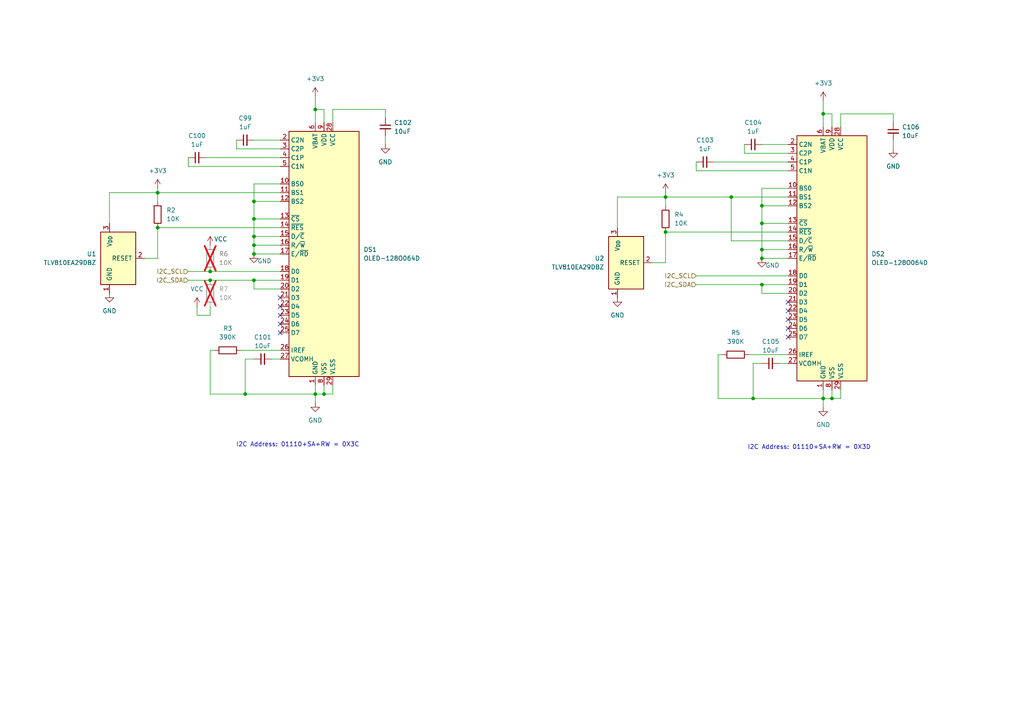
<source format=kicad_sch>
(kicad_sch (version 20231120) (generator "eeschema") (generator_version "8.0")
  (paper "A4")
  (title_block (title "Pedalboard Display") (date "2024-10-04") (rev "0.0.0-RC1") (company "https://github.com/pedalboard") (comment 1 "Source Code: https://github.com/pedalboard/pedalboard-display-ring") (comment 2 "License: CERN Open Hardware Licence Version 2 - Permissive") (comment 3 "Git commit: ${GIT_HASH}"))
  (lib_symbols
    (symbol "Device:C_Small" (pin_numbers hide) (pin_names (offset 0.254) hide)
      (property "Reference" "C" (at 0.254 1.778 0))
      (property "Value" "C_Small" (at 0.254 -2.032 0))
      (symbol "C_Small_0_1"
        (polyline (pts (xy -1.524 -0.508) (xy 1.524 -0.508)) (stroke (width 0.3302)))
        (polyline (pts (xy -1.524 0.508) (xy 1.524 0.508)) (stroke (width 0.3048)))
      )
      (symbol "C_Small_1_1"
        (pin passive line (at 0 2.54 270) (length 2.032) (name "~") (number "1"))
        (pin passive line (at 0 -2.54 90) (length 2.032) (name "~") (number "2"))
      )
    )
    (symbol "Device:R" (pin_numbers hide) (pin_names (offset 0))
      (property "Reference" "R" (at 2.032 0 90))
      (property "Value" "R" (at 0 0 90))
      (symbol "R_0_1"
        (rectangle (start -1.016 -2.54) (end 1.016 2.54) (stroke (width 0.254)))
      )
      (symbol "R_1_1"
        (pin passive line (at 0 3.81 270) (length 1.27) (name "~") (number "1"))
        (pin passive line (at 0 -3.81 90) (length 1.27) (name "~") (number "2"))
      )
    )
    (symbol "Display_Graphic:OLED-128O064D"
      (property "Reference" "DS" (at -10.16 38.1 0))
      (property "Value" "OLED-128O064D" (at 12.7 38.1 0))
      (symbol "OLED-128O064D_0_1"
        (rectangle (start -10.16 35.56) (end 10.16 -35.56) (stroke (width 0.254)) (fill (type background)))
      )
      (symbol "OLED-128O064D_1_1"
        (pin power_in line (at -2.54 -38.1 90) (length 2.54) (name "GND") (number "1"))
        (pin input line (at -12.7 20.32 0) (length 2.54) (name "BS0") (number "10"))
        (pin input line (at -12.7 17.78 0) (length 2.54) (name "BS1") (number "11"))
        (pin input line (at -12.7 15.24 0) (length 2.54) (name "BS2") (number "12"))
        (pin input line (at -12.7 10.16 0) (length 2.54) (name "~{CS}") (number "13"))
        (pin input line (at -12.7 7.62 0) (length 2.54) (name "~{RES}") (number "14"))
        (pin input line (at -12.7 5.08 0) (length 2.54) (name "D/~{C}") (number "15"))
        (pin input line (at -12.7 2.54 0) (length 2.54) (name "R/~{W}") (number "16"))
        (pin input line (at -12.7 0 0) (length 2.54) (name "E/~{RD}") (number "17"))
        (pin bidirectional line (at -12.7 -5.08 0) (length 2.54) (name "D0") (number "18"))
        (pin bidirectional line (at -12.7 -7.62 0) (length 2.54) (name "D1") (number "19"))
        (pin passive line (at -12.7 33.02 0) (length 2.54) (name "C2N") (number "2"))
        (pin bidirectional line (at -12.7 -10.16 0) (length 2.54) (name "D2") (number "20"))
        (pin bidirectional line (at -12.7 -12.7 0) (length 2.54) (name "D3") (number "21"))
        (pin bidirectional line (at -12.7 -15.24 0) (length 2.54) (name "D4") (number "22"))
        (pin bidirectional line (at -12.7 -17.78 0) (length 2.54) (name "D5") (number "23"))
        (pin bidirectional line (at -12.7 -20.32 0) (length 2.54) (name "D6") (number "24"))
        (pin bidirectional line (at -12.7 -22.86 0) (length 2.54) (name "D7") (number "25"))
        (pin passive line (at -12.7 -27.94 0) (length 2.54) (name "IREF") (number "26"))
        (pin passive line (at -12.7 -30.48 0) (length 2.54) (name "VCOMH") (number "27"))
        (pin power_in line (at 2.54 38.1 270) (length 2.54) (name "VCC") (number "28"))
        (pin power_in line (at 2.54 -38.1 90) (length 2.54) (name "VLSS") (number "29"))
        (pin passive line (at -12.7 30.48 0) (length 2.54) (name "C2P") (number "3"))
        (pin passive line (at -2.54 -38.1 90) (length 2.54) hide (name "GND") (number "30"))
        (pin passive line (at -12.7 27.94 0) (length 2.54) (name "C1P") (number "4"))
        (pin passive line (at -12.7 25.4 0) (length 2.54) (name "C1N") (number "5"))
        (pin power_in line (at -2.54 38.1 270) (length 2.54) (name "VBAT") (number "6"))
        (pin no_connect line (at 10.16 0 180) (length 2.54) hide (name "NC") (number "7"))
        (pin power_in line (at 0 -38.1 90) (length 2.54) (name "VSS") (number "8"))
        (pin power_in line (at 0 38.1 270) (length 2.54) (name "VDD") (number "9"))
      )
    )
    (symbol "Power_Supervisor:TLV810EA29DBZ" (pin_names (offset 1.016))
      (property "Reference" "U" (at 2.54 10.16 0))
      (property "Value" "TLV810EA29DBZ" (at 10.16 12.7 0))
      (symbol "TLV810EA29DBZ_1_1"
        (rectangle (start -5.08 7.62) (end 5.08 -7.62) (stroke (width 0.254)) (fill (type background)))
        (pin power_in line (at -2.54 -10.16 90) (length 2.54) (name "GND") (number "1"))
        (pin output line (at 7.62 0 180) (length 2.54) (name "RESET") (number "2"))
        (pin power_in line (at -2.54 10.16 270) (length 2.54) (name "V_{DD}") (number "3"))
      )
    )
    (symbol "power:+3V3" (power) (pin_numbers hide) (pin_names (offset 0) hide)
      (property "Value" "+3V3" (at 0 3.556 0))
      (symbol "+3V3_0_1"
        (polyline (pts (xy -0.762 1.27) (xy 0 2.54)))
        (polyline (pts (xy 0 0) (xy 0 2.54)))
        (polyline (pts (xy 0 2.54) (xy 0.762 1.27)))
      )
      (symbol "+3V3_1_1"
        (pin power_in line (at 0 0 90) (length 0) (name "~") (number "1"))
      )
    )
    (symbol "power:GND" (power) (pin_numbers hide) (pin_names (offset 0) hide)
      (property "Value" "GND" (at 0 -3.81 0))
      (symbol "GND_0_1"
        (polyline (pts (xy 0 0) (xy 0 -1.27) (xy 1.27 -1.27) (xy 0 -2.54) (xy -1.27 -1.27) (xy 0 -1.27)))
      )
      (symbol "GND_1_1"
        (pin power_in line (at 0 0 270) (length 0) (name "~") (number "1"))
      )
    )
    (symbol "power:VCC" (power) (pin_numbers hide) (pin_names (offset 0) hide)
      (property "Value" "VCC" (at 0 3.556 0))
      (symbol "VCC_0_1"
        (polyline (pts (xy -0.762 1.27) (xy 0 2.54)))
        (polyline (pts (xy 0 0) (xy 0 2.54)))
        (polyline (pts (xy 0 2.54) (xy 0.762 1.27)))
      )
      (symbol "VCC_1_1"
        (pin power_in line (at 0 0 90) (length 0) (name "~") (number "1"))
      )
    )
  )
  (junction (at 220.98 72.39))
  (junction (at 60.96 81.28))
  (junction (at 73.66 58.42))
  (junction (at 73.66 68.58))
  (junction (at 60.96 78.74))
  (junction (at 73.66 63.5))
  (junction (at 241.3 115.57))
  (junction (at 73.66 71.12))
  (junction (at 193.04 67.31))
  (junction (at 91.44 31.75))
  (junction (at 220.98 74.93))
  (junction (at 220.98 64.77))
  (junction (at 220.98 82.55))
  (junction (at 193.04 57.15))
  (junction (at 218.44 115.57))
  (junction (at 93.98 114.3))
  (junction (at 91.44 114.3))
  (junction (at 73.66 73.66))
  (junction (at 71.12 114.3))
  (junction (at 73.66 81.28))
  (junction (at 238.76 115.57))
  (junction (at 220.98 59.69))
  (junction (at 212.09 57.15))
  (junction (at 45.72 66.04))
  (junction (at 238.76 33.02))
  (junction (at 45.72 55.88))
  (no_connect (at 81.28 93.98))
  (no_connect (at 81.28 88.9))
  (no_connect (at 228.6 97.79))
  (no_connect (at 228.6 90.17))
  (no_connect (at 81.28 96.52))
  (no_connect (at 228.6 95.25))
  (no_connect (at 81.28 86.36))
  (no_connect (at 228.6 87.63))
  (no_connect (at 81.28 91.44))
  (no_connect (at 228.6 92.71))
  (wire (pts (xy 68.58 43.18) (xy 81.28 43.18)))
  (wire (pts (xy 241.3 113.03) (xy 241.3 115.57)))
  (wire (pts (xy 73.66 81.28) (xy 81.28 81.28)))
  (wire (pts (xy 59.69 45.72) (xy 81.28 45.72)))
  (wire (pts (xy 73.66 40.64) (xy 81.28 40.64)))
  (wire (pts (xy 68.58 40.64) (xy 68.58 43.18)))
  (wire (pts (xy 73.66 63.5) (xy 81.28 63.5)))
  (wire (pts (xy 73.66 58.42) (xy 81.28 58.42)))
  (wire (pts (xy 220.98 59.69) (xy 228.6 59.69)))
  (wire (pts (xy 220.98 54.61) (xy 220.98 59.69)))
  (wire (pts (xy 54.61 45.72) (xy 54.61 48.26)))
  (wire (pts (xy 220.98 64.77) (xy 220.98 59.69)))
  (wire (pts (xy 220.98 64.77) (xy 228.6 64.77)))
  (wire (pts (xy 215.9 41.91) (xy 215.9 44.45)))
  (wire (pts (xy 259.08 33.02) (xy 259.08 35.56)))
  (wire (pts (xy 45.72 55.88) (xy 81.28 55.88)))
  (wire (pts (xy 208.28 102.87) (xy 209.55 102.87)))
  (wire (pts (xy 69.85 101.6) (xy 81.28 101.6)))
  (wire (pts (xy 57.15 91.44) (xy 60.96 91.44)))
  (wire (pts (xy 243.84 36.83) (xy 243.84 33.02)))
  (wire (pts (xy 208.28 102.87) (xy 208.28 115.57)))
  (wire (pts (xy 45.72 55.88) (xy 45.72 58.42)))
  (wire (pts (xy 54.61 81.28) (xy 60.96 81.28)))
  (wire (pts (xy 215.9 44.45) (xy 228.6 44.45)))
  (wire (pts (xy 259.08 40.64) (xy 259.08 43.18)))
  (wire (pts (xy 73.66 104.14) (xy 71.12 104.14)))
  (wire (pts (xy 208.28 115.57) (xy 218.44 115.57)))
  (wire (pts (xy 220.98 74.93) (xy 228.6 74.93)))
  (wire (pts (xy 73.66 53.34) (xy 73.66 58.42)))
  (wire (pts (xy 238.76 33.02) (xy 238.76 36.83)))
  (wire (pts (xy 45.72 74.93) (xy 45.72 66.04)))
  (wire (pts (xy 243.84 33.02) (xy 259.08 33.02)))
  (wire (pts (xy 73.66 68.58) (xy 73.66 63.5)))
  (wire (pts (xy 201.93 82.55) (xy 220.98 82.55)))
  (wire (pts (xy 91.44 27.94) (xy 91.44 31.75)))
  (wire (pts (xy 60.96 81.28) (xy 73.66 81.28)))
  (wire (pts (xy 93.98 31.75) (xy 91.44 31.75)))
  (wire (pts (xy 91.44 111.76) (xy 91.44 114.3)))
  (wire (pts (xy 54.61 48.26) (xy 81.28 48.26)))
  (wire (pts (xy 193.04 57.15) (xy 193.04 59.69)))
  (wire (pts (xy 193.04 55.88) (xy 193.04 57.15)))
  (wire (pts (xy 96.52 111.76) (xy 96.52 114.3)))
  (wire (pts (xy 220.98 72.39) (xy 228.6 72.39)))
  (wire (pts (xy 60.96 78.74) (xy 81.28 78.74)))
  (wire (pts (xy 212.09 69.85) (xy 212.09 57.15)))
  (wire (pts (xy 60.96 91.44) (xy 60.96 88.9)))
  (wire (pts (xy 220.98 105.41) (xy 218.44 105.41)))
  (wire (pts (xy 238.76 113.03) (xy 238.76 115.57)))
  (wire (pts (xy 218.44 105.41) (xy 218.44 115.57)))
  (wire (pts (xy 73.66 63.5) (xy 73.66 58.42)))
  (wire (pts (xy 193.04 57.15) (xy 212.09 57.15)))
  (wire (pts (xy 96.52 35.56) (xy 96.52 31.75)))
  (wire (pts (xy 207.01 46.99) (xy 228.6 46.99)))
  (wire (pts (xy 96.52 31.75) (xy 111.76 31.75)))
  (wire (pts (xy 217.17 102.87) (xy 228.6 102.87)))
  (wire (pts (xy 111.76 31.75) (xy 111.76 34.29)))
  (wire (pts (xy 60.96 101.6) (xy 60.96 114.3)))
  (wire (pts (xy 93.98 111.76) (xy 93.98 114.3)))
  (wire (pts (xy 41.91 74.93) (xy 45.72 74.93)))
  (wire (pts (xy 241.3 33.02) (xy 238.76 33.02)))
  (wire (pts (xy 31.75 64.77) (xy 31.75 55.88)))
  (wire (pts (xy 179.07 57.15) (xy 193.04 57.15)))
  (wire (pts (xy 243.84 113.03) (xy 243.84 115.57)))
  (wire (pts (xy 60.96 114.3) (xy 71.12 114.3)))
  (wire (pts (xy 220.98 82.55) (xy 228.6 82.55)))
  (wire (pts (xy 193.04 67.31) (xy 228.6 67.31)))
  (wire (pts (xy 78.74 104.14) (xy 81.28 104.14)))
  (wire (pts (xy 218.44 115.57) (xy 238.76 115.57)))
  (wire (pts (xy 241.3 36.83) (xy 241.3 33.02)))
  (wire (pts (xy 238.76 29.21) (xy 238.76 33.02)))
  (wire (pts (xy 212.09 57.15) (xy 228.6 57.15)))
  (wire (pts (xy 71.12 114.3) (xy 91.44 114.3)))
  (wire (pts (xy 73.66 81.28) (xy 73.66 83.82)))
  (wire (pts (xy 212.09 69.85) (xy 228.6 69.85)))
  (wire (pts (xy 73.66 73.66) (xy 81.28 73.66)))
  (wire (pts (xy 71.12 104.14) (xy 71.12 114.3)))
  (wire (pts (xy 91.44 31.75) (xy 91.44 35.56)))
  (wire (pts (xy 73.66 68.58) (xy 81.28 68.58)))
  (wire (pts (xy 81.28 53.34) (xy 73.66 53.34)))
  (wire (pts (xy 220.98 82.55) (xy 220.98 85.09)))
  (wire (pts (xy 220.98 74.93) (xy 220.98 72.39)))
  (wire (pts (xy 73.66 71.12) (xy 81.28 71.12)))
  (wire (pts (xy 243.84 115.57) (xy 241.3 115.57)))
  (wire (pts (xy 179.07 66.04) (xy 179.07 57.15)))
  (wire (pts (xy 31.75 55.88) (xy 45.72 55.88)))
  (wire (pts (xy 45.72 54.61) (xy 45.72 55.88)))
  (wire (pts (xy 238.76 115.57) (xy 241.3 115.57)))
  (wire (pts (xy 93.98 35.56) (xy 93.98 31.75)))
  (wire (pts (xy 189.23 76.2) (xy 193.04 76.2)))
  (wire (pts (xy 60.96 101.6) (xy 62.23 101.6)))
  (wire (pts (xy 220.98 64.77) (xy 220.98 72.39)))
  (wire (pts (xy 73.66 71.12) (xy 73.66 68.58)))
  (wire (pts (xy 54.61 78.74) (xy 60.96 78.74)))
  (wire (pts (xy 193.04 76.2) (xy 193.04 67.31)))
  (wire (pts (xy 226.06 105.41) (xy 228.6 105.41)))
  (wire (pts (xy 111.76 39.37) (xy 111.76 41.91)))
  (wire (pts (xy 201.93 46.99) (xy 201.93 49.53)))
  (wire (pts (xy 45.72 66.04) (xy 81.28 66.04)))
  (wire (pts (xy 57.15 88.9) (xy 57.15 91.44)))
  (wire (pts (xy 201.93 80.01) (xy 228.6 80.01)))
  (wire (pts (xy 228.6 54.61) (xy 220.98 54.61)))
  (wire (pts (xy 228.6 85.09) (xy 220.98 85.09)))
  (wire (pts (xy 73.66 73.66) (xy 73.66 71.12)))
  (wire (pts (xy 91.44 114.3) (xy 91.44 116.84)))
  (wire (pts (xy 96.52 114.3) (xy 93.98 114.3)))
  (wire (pts (xy 220.98 41.91) (xy 228.6 41.91)))
  (wire (pts (xy 201.93 49.53) (xy 228.6 49.53)))
  (wire (pts (xy 81.28 83.82) (xy 73.66 83.82)))
  (wire (pts (xy 238.76 115.57) (xy 238.76 118.11)))
  (wire (pts (xy 91.44 114.3) (xy 93.98 114.3)))
  (text "I2C Address: 01110+SA+RW = 0X3C" (at 86.36 129.032 0) (effects (font (size 1.27 1.27))))
  (text "I2C Address: 01110+SA+RW = 0X3D" (at 234.696 129.794 0) (effects (font (size 1.27 1.27))))
  (hierarchical_label "I2C_SCL" (shape input) (at 201.93 80.01 180))
  (hierarchical_label "I2C_SCL" (shape input) (at 54.61 78.74 180))
  (hierarchical_label "I2C_SDA" (shape input) (at 54.61 81.28 180))
  (hierarchical_label "I2C_SDA" (shape input) (at 201.93 82.55 180))
  (symbol (lib_id "Device:R") (at 213.36 102.87 90) (unit 1)
    (property "Reference" "R5" (at 213.36 96.52 90))
    (property "Value" "390K" (at 213.36 99.06 90))
    (property "Description" "Resistor" (effects (hide yes)))
  )
  (symbol (lib_id "Display_Graphic:OLED-128O064D") (at 93.98 73.66 0) (unit 1)
    (property "Reference" "DS1" (at 105.41 72.3899 0) (effects (justify left)))
    (property "Value" "OLED-128O064D" (at 105.41 74.9299 0) (effects (justify left)))
    (property "Footprint" "Display:OLED-128O064D" (effects (hide yes)))
    (property "Datasheet" "https://www.vishay.com/docs/37902/oled128o064dbpp3n00000.pdf" (effects (hide yes)))
    (property "Description" "OLED display 128x64" (effects (hide yes)))
  )
  (symbol (lib_id "power:GND") (at 31.75 85.09 0) (unit 1)
    (property "Reference" "#PWR043" (effects (hide yes)))
    (property "Value" "GND" (at 31.75 90.17 0))
    (property "Description" "Power symbol creates a global label with name \"GND\" , ground" (effects (hide yes)))
  )
  (symbol (lib_id "Device:R") (at 66.04 101.6 90) (unit 1)
    (property "Reference" "R3" (at 66.04 95.25 90))
    (property "Value" "390K" (at 66.04 97.79 90))
    (property "Description" "Resistor" (effects (hide yes)))
  )
  (symbol (lib_id "power:GND") (at 91.44 116.84 0) (unit 1)
    (property "Reference" "#PWR039" (effects (hide yes)))
    (property "Value" "GND" (at 91.44 121.92 0))
    (property "Description" "Power symbol creates a global label with name \"GND\" , ground" (effects (hide yes)))
  )
  (symbol (lib_id "Device:R") (at 60.96 74.93 0) (unit 1) (dnp yes)
    (property "Reference" "R6" (at 63.5 73.6599 0) (effects (justify left)))
    (property "Value" "10K" (at 63.5 76.1999 0) (effects (justify left)))
    (property "Description" "Resistor" (effects (hide yes)))
  )
  (symbol (lib_id "power:GND") (at 179.07 86.36 0) (unit 1)
    (property "Reference" "#PWR045" (effects (hide yes)))
    (property "Value" "GND" (at 179.07 91.44 0))
    (property "Description" "Power symbol creates a global label with name \"GND\" , ground" (effects (hide yes)))
  )
  (symbol (lib_id "Device:C_Small") (at 111.76 36.83 0) (unit 1)
    (property "Reference" "C102" (at 114.3 35.5662 0) (effects (justify left)))
    (property "Value" "10uF" (at 114.3 38.1062 0) (effects (justify left)))
    (property "Description" "Unpolarized capacitor, small symbol" (effects (hide yes)))
  )
  (symbol (lib_id "Device:R") (at 60.96 85.09 0) (unit 1) (dnp yes)
    (property "Reference" "R7" (at 63.5 83.8199 0) (effects (justify left)))
    (property "Value" "10K" (at 63.5 86.3599 0) (effects (justify left)))
    (property "Description" "Resistor" (effects (hide yes)))
  )
  (symbol (lib_id "power:VCC") (at 60.96 71.12 0) (unit 1)
    (property "Reference" "#PWR053" (effects (hide yes)))
    (property "Value" "VCC" (at 64.008 69.342 0))
    (property "Description" "Power symbol creates a global label with name \"VCC\"" (effects (hide yes)))
  )
  (symbol (lib_id "power:+3V3") (at 238.76 29.21 0) (unit 1)
    (property "Reference" "#PWR048" (effects (hide yes)))
    (property "Value" "+3V3" (at 238.76 24.13 0))
    (property "Description" "Power symbol creates a global label with name \"+3V3\"" (effects (hide yes)))
  )
  (symbol (lib_id "Device:C_Small") (at 223.52 105.41 90) (unit 1)
    (property "Reference" "C105" (at 223.5263 99.06 90))
    (property "Value" "10uF" (at 223.5263 101.6 90))
    (property "Description" "Unpolarized capacitor, small symbol" (effects (hide yes)))
  )
  (symbol (lib_id "Device:C_Small") (at 71.12 40.64 90) (unit 1)
    (property "Reference" "C99" (at 71.1263 34.29 90))
    (property "Value" "1uF" (at 71.1263 36.83 90))
    (property "Description" "Unpolarized capacitor, small symbol" (effects (hide yes)))
  )
  (symbol (lib_id "Power_Supervisor:TLV810EA29DBZ") (at 34.29 74.93 0) (unit 1)
    (property "Reference" "U1" (at 27.94 73.6599 0) (effects (justify right)))
    (property "Value" "TLV810EA29DBZ" (at 27.94 76.1999 0) (effects (justify right)))
    (property "Footprint" "Package_TO_SOT_SMD:SOT-23" (effects (hide yes)))
    (property "Datasheet" "https://www.ti.com/lit/ds/symlink/tlv803e.pdf" (effects (hide yes)))
    (property "Description" "push-pull, active-high, 200mS reset delay, 2.93V threshold voltage, SOT-23" (effects (hide yes)))
  )
  (symbol (lib_id "Device:C_Small") (at 218.44 41.91 90) (unit 1)
    (property "Reference" "C104" (at 218.4463 35.56 90))
    (property "Value" "1uF" (at 218.4463 38.1 90))
    (property "Description" "Unpolarized capacitor, small symbol" (effects (hide yes)))
  )
  (symbol (lib_id "power:GND") (at 73.66 73.66 0) (unit 1)
    (property "Reference" "#PWR042" (effects (hide yes)))
    (property "Value" "GND" (at 76.708 75.692 0))
    (property "Description" "Power symbol creates a global label with name \"GND\" , ground" (effects (hide yes)))
  )
  (symbol (lib_id "Device:C_Small") (at 259.08 38.1 0) (unit 1)
    (property "Reference" "C106" (at 261.62 36.8362 0) (effects (justify left)))
    (property "Value" "10uF" (at 261.62 39.3762 0) (effects (justify left)))
    (property "Description" "Unpolarized capacitor, small symbol" (effects (hide yes)))
  )
  (symbol (lib_id "Device:C_Small") (at 204.47 46.99 90) (unit 1)
    (property "Reference" "C103" (at 204.4763 40.64 90))
    (property "Value" "1uF" (at 204.4763 43.18 90))
    (property "Description" "Unpolarized capacitor, small symbol" (effects (hide yes)))
  )
  (symbol (lib_id "power:GND") (at 111.76 41.91 0) (unit 1)
    (property "Reference" "#PWR044" (effects (hide yes)))
    (property "Value" "GND" (at 111.76 46.99 0))
    (property "Description" "Power symbol creates a global label with name \"GND\" , ground" (effects (hide yes)))
  )
  (symbol (lib_id "power:+3V3") (at 193.04 55.88 0) (unit 1)
    (property "Reference" "#PWR046" (effects (hide yes)))
    (property "Value" "+3V3" (at 193.04 50.8 0))
    (property "Description" "Power symbol creates a global label with name \"+3V3\"" (effects (hide yes)))
  )
  (symbol (lib_id "power:GND") (at 259.08 43.18 0) (unit 1)
    (property "Reference" "#PWR050" (effects (hide yes)))
    (property "Value" "GND" (at 259.08 48.26 0))
    (property "Description" "Power symbol creates a global label with name \"GND\" , ground" (effects (hide yes)))
  )
  (symbol (lib_id "Device:C_Small") (at 76.2 104.14 90) (unit 1)
    (property "Reference" "C101" (at 76.2063 97.79 90))
    (property "Value" "10uF" (at 76.2063 100.33 90))
    (property "Description" "Unpolarized capacitor, small symbol" (effects (hide yes)))
  )
  (symbol (lib_id "power:GND") (at 220.98 74.93 0) (unit 1)
    (property "Reference" "#PWR047" (effects (hide yes)))
    (property "Value" "GND" (at 224.028 76.962 0))
    (property "Description" "Power symbol creates a global label with name \"GND\" , ground" (effects (hide yes)))
  )
  (symbol (lib_id "power:GND") (at 238.76 118.11 0) (unit 1)
    (property "Reference" "#PWR049" (effects (hide yes)))
    (property "Value" "GND" (at 238.76 123.19 0))
    (property "Description" "Power symbol creates a global label with name \"GND\" , ground" (effects (hide yes)))
  )
  (symbol (lib_id "Device:C_Small") (at 57.15 45.72 90) (unit 1)
    (property "Reference" "C100" (at 57.1563 39.37 90))
    (property "Value" "1uF" (at 57.1563 41.91 90))
    (property "Description" "Unpolarized capacitor, small symbol" (effects (hide yes)))
  )
  (symbol (lib_id "Power_Supervisor:TLV810EA29DBZ") (at 181.61 76.2 0) (unit 1)
    (property "Reference" "U2" (at 175.26 74.9299 0) (effects (justify right)))
    (property "Value" "TLV810EA29DBZ" (at 175.26 77.4699 0) (effects (justify right)))
    (property "Footprint" "Package_TO_SOT_SMD:SOT-23" (effects (hide yes)))
    (property "Datasheet" "https://www.ti.com/lit/ds/symlink/tlv803e.pdf" (effects (hide yes)))
    (property "Description" "push-pull, active-high, 200mS reset delay, 2.93V threshold voltage, SOT-23" (effects (hide yes)))
  )
  (symbol (lib_id "Device:R") (at 193.04 63.5 0) (unit 1)
    (property "Reference" "R4" (at 195.58 62.2299 0) (effects (justify left)))
    (property "Value" "10K" (at 195.58 64.7699 0) (effects (justify left)))
    (property "Description" "Resistor" (effects (hide yes)))
  )
  (symbol (lib_id "power:+3V3") (at 91.44 27.94 0) (unit 1)
    (property "Reference" "#PWR040" (effects (hide yes)))
    (property "Value" "+3V3" (at 91.44 22.86 0))
    (property "Description" "Power symbol creates a global label with name \"+3V3\"" (effects (hide yes)))
  )
  (symbol (lib_id "Device:R") (at 45.72 62.23 0) (unit 1)
    (property "Reference" "R2" (at 48.26 60.9599 0) (effects (justify left)))
    (property "Value" "10K" (at 48.26 63.4999 0) (effects (justify left)))
    (property "Description" "Resistor" (effects (hide yes)))
  )
  (symbol (lib_id "Display_Graphic:OLED-128O064D") (at 241.3 74.93 0) (unit 1)
    (property "Reference" "DS2" (at 252.73 73.6599 0) (effects (justify left)))
    (property "Value" "OLED-128O064D" (at 252.73 76.1999 0) (effects (justify left)))
    (property "Footprint" "Display:OLED-128O064D" (effects (hide yes)))
    (property "Datasheet" "https://www.vishay.com/docs/37902/oled128o064dbpp3n00000.pdf" (effects (hide yes)))
    (property "Description" "OLED display 128x64" (effects (hide yes)))
  )
  (symbol (lib_id "power:+3V3") (at 45.72 54.61 0) (unit 1)
    (property "Reference" "#PWR041" (effects (hide yes)))
    (property "Value" "+3V3" (at 45.72 49.53 0))
    (property "Description" "Power symbol creates a global label with name \"+3V3\"" (effects (hide yes)))
  )
  (symbol (lib_id "power:VCC") (at 57.15 88.9 0) (unit 1)
    (property "Reference" "#PWR054" (effects (hide yes)))
    (property "Value" "VCC" (at 57.15 83.82 0))
    (property "Description" "Power symbol creates a global label with name \"VCC\"" (effects (hide yes)))
  )
)
</source>
